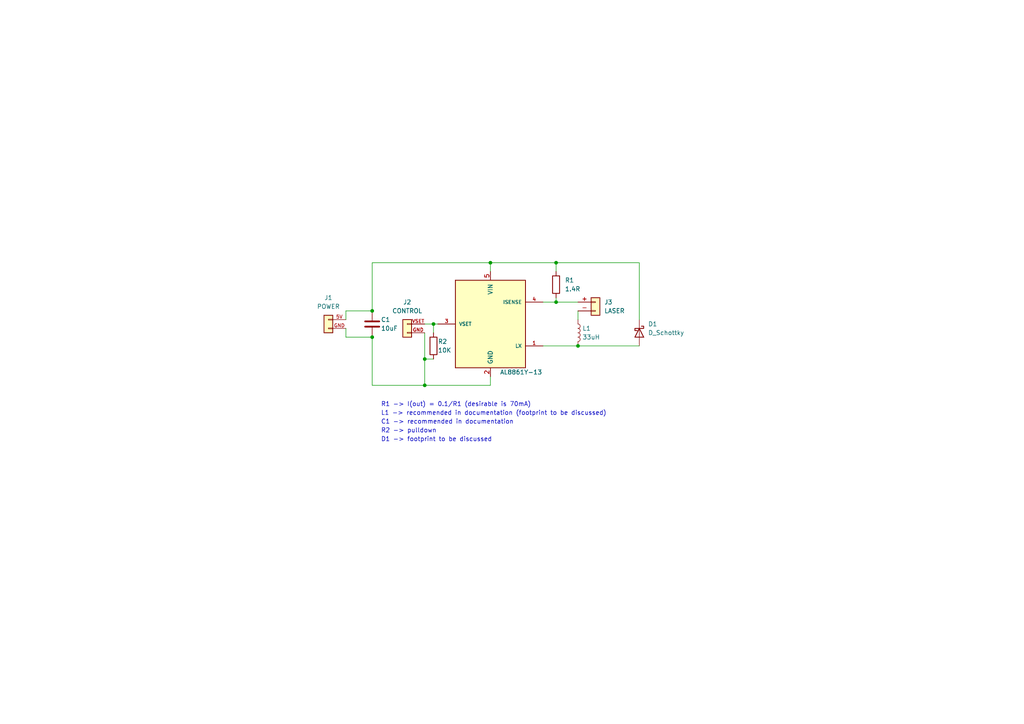
<source format=kicad_sch>
(kicad_sch (version 20211123) (generator eeschema)
  (paper "A4")
  (lib_symbols
    (symbol "AL8861Y-13:AL8861Y-13" (pin_names (offset 1.016))
      (property "Reference" "U0" (at 8.89 17.78 0))
      (property "Value" "AL8861Y-13" (at 8.89 15.24 0))
      (symbol "AL8861Y-13_0_0"
        (rectangle (start -10.16 -12.7) (end 10.16 12.7) (stroke (width 0.254)) (fill (type background)))
        (pin passive line (at 15.24 -6.35 180) (length 5.08) (name "LX") (number "1"))
        (pin input line (at -15.24 0 0) (length 5.08) (name "VSET") (number "3"))
        (pin passive line (at 15.24 6.35 180) (length 5.08) (name "ISENSE") (number "4"))
      )
      (symbol "AL8861Y-13_1_1"
        (pin input line (at 0 -15.24 90) (length 2.54) (name "GND") (number "2"))
        (pin input line (at 0 15.24 270) (length 2.54) (name "VIN") (number "5"))
      )
    )
    (symbol "Conn_01x02_1" (pin_names (offset 1.016) hide)
      (property "Reference" "J1" (at 0 6.35 0))
      (property "Value" "POWER" (at 0 3.81 0))
      (symbol "Conn_01x02_1_1_1"
        (rectangle (start -1.27 -2.413) (end 0 -2.667) (stroke (width 0.1524)))
        (rectangle (start -1.27 0.127) (end 0 -0.127) (stroke (width 0.1524)))
        (rectangle (start -1.27 1.27) (end 1.27 -3.81) (stroke (width 0.254)) (fill (type background)))
        (pin passive line (at -5.08 0 0) (length 3.81) (name "VCC") (number "5V"))
        (pin passive line (at -5.08 -2.54 0) (length 3.81) (name "GND") (number "GND"))
      )
    )
    (symbol "Conn_01x02_2" (pin_names (offset 1.016) hide)
      (property "Reference" "J2" (at 0 6.35 0))
      (property "Value" "CONTROL" (at 0 3.81 0))
      (symbol "Conn_01x02_2_1_1"
        (rectangle (start -1.27 -2.413) (end 0 -2.667) (stroke (width 0.1524)))
        (rectangle (start -1.27 0.127) (end 0 -0.127) (stroke (width 0.1524)))
        (rectangle (start -1.27 1.27) (end 1.27 -3.81) (stroke (width 0.254)) (fill (type background)))
        (pin passive line (at -5.08 -2.54 0) (length 3.81) (name "GND") (number "GND"))
        (pin passive line (at -5.08 0 0) (length 3.81) (name "VSET") (number "VSET"))
      )
    )
    (symbol "Connector_Generic:Conn_01x02" (pin_names (offset 1.016) hide)
      (property "Reference" "J3" (at 2.54 0.0001 0))
      (property "Value" "LASER" (at 2.54 -2.5399 0))
      (symbol "Conn_01x02_1_1"
        (rectangle (start -1.27 -2.413) (end 0 -2.667) (stroke (width 0.1524)))
        (rectangle (start -1.27 0.127) (end 0 -0.127) (stroke (width 0.1524)))
        (rectangle (start -1.27 1.27) (end 1.27 -3.81) (stroke (width 0.254)) (fill (type background)))
        (pin passive line (at -5.08 0 0) (length 3.81) (name "LASER+") (number "+"))
        (pin passive line (at -5.08 -2.54 0) (length 3.81) (name "LASER-") (number "-"))
      )
    )
    (symbol "Device:C" (pin_numbers hide) (pin_names (offset 0.254))
      (property "Reference" "C" (at 0.635 2.54 0))
      (property "Value" "C" (at 0.635 -2.54 0))
      (symbol "C_0_1"
        (polyline (pts (xy -2.032 -0.762) (xy 2.032 -0.762)) (stroke (width 0.508)))
        (polyline (pts (xy -2.032 0.762) (xy 2.032 0.762)) (stroke (width 0.508)))
      )
      (symbol "C_1_1"
        (pin passive line (at 0 3.81 270) (length 2.794) (name "~") (number "1"))
        (pin passive line (at 0 -3.81 90) (length 2.794) (name "~") (number "2"))
      )
    )
    (symbol "Device:D_Schottky" (pin_numbers hide) (pin_names (offset 1.016) hide)
      (property "Reference" "D" (at 0 2.54 0))
      (property "Value" "D_Schottky" (at 0 -2.54 0))
      (symbol "D_Schottky_0_1"
        (polyline (pts (xy 1.27 0) (xy -1.27 0)))
        (polyline (pts (xy 1.27 1.27) (xy 1.27 -1.27) (xy -1.27 0) (xy 1.27 1.27)) (stroke (width 0.254)))
        (polyline (pts (xy -1.905 0.635) (xy -1.905 1.27) (xy -1.27 1.27) (xy -1.27 -1.27) (xy -0.635 -1.27) (xy -0.635 -0.635)) (stroke (width 0.254)))
      )
      (symbol "D_Schottky_1_1"
        (pin passive line (at -3.81 0 0) (length 2.54) (name "K") (number "1"))
        (pin passive line (at 3.81 0 180) (length 2.54) (name "A") (number "2"))
      )
    )
    (symbol "Device:L" (pin_numbers hide) (pin_names (offset 1.016) hide)
      (property "Reference" "L" (at -1.27 0 90))
      (property "Value" "L" (at 1.905 0 90))
      (symbol "L_0_1"
        (arc (start 0 -2.54) (mid 0.635 -1.905) (end 0 -1.27))
        (arc (start 0 -1.27) (mid 0.635 -0.635) (end 0 0))
        (arc (start 0 0) (mid 0.635 0.635) (end 0 1.27))
        (arc (start 0 1.27) (mid 0.635 1.905) (end 0 2.54))
      )
      (symbol "L_1_1"
        (pin passive line (at 0 3.81 270) (length 1.27) (name "1") (number "1"))
        (pin passive line (at 0 -3.81 90) (length 1.27) (name "2") (number "2"))
      )
    )
    (symbol "Device:R" (pin_numbers hide) (pin_names (offset 0))
      (property "Reference" "R" (at 2.032 0 90))
      (property "Value" "R" (at 0 0 90))
      (symbol "R_0_1"
        (rectangle (start -1.016 -2.54) (end 1.016 2.54) (stroke (width 0.254)))
      )
      (symbol "R_1_1"
        (pin passive line (at 0 3.81 270) (length 1.27) (name "~") (number "1"))
        (pin passive line (at 0 -3.81 90) (length 1.27) (name "~") (number "2"))
      )
    )
  )
  (junction (at 107.95 90.17))
  (junction (at 161.29 76.2))
  (junction (at 107.95 97.79))
  (junction (at 142.24 76.2))
  (junction (at 125.73 93.98))
  (junction (at 167.64 100.33))
  (junction (at 123.19 104.14))
  (junction (at 123.19 111.76))
  (junction (at 161.29 87.63))
  (wire (pts (xy 100.33 92.71) (xy 100.33 90.17)))
  (wire (pts (xy 167.64 90.17) (xy 167.64 92.71)))
  (wire (pts (xy 185.42 92.71) (xy 185.42 76.2)))
  (wire (pts (xy 157.48 100.33) (xy 167.64 100.33)))
  (wire (pts (xy 123.19 104.14) (xy 125.73 104.14)))
  (wire (pts (xy 100.33 90.17) (xy 107.95 90.17)))
  (wire (pts (xy 107.95 76.2) (xy 142.24 76.2)))
  (wire (pts (xy 161.29 76.2) (xy 161.29 78.74)))
  (wire (pts (xy 107.95 97.79) (xy 107.95 111.76)))
  (wire (pts (xy 167.64 100.33) (xy 185.42 100.33)))
  (wire (pts (xy 161.29 87.63) (xy 167.64 87.63)))
  (wire (pts (xy 161.29 87.63) (xy 161.29 86.36)))
  (wire (pts (xy 125.73 93.98) (xy 127 93.98)))
  (wire (pts (xy 185.42 76.2) (xy 161.29 76.2)))
  (wire (pts (xy 142.24 111.76) (xy 142.24 109.22)))
  (wire (pts (xy 123.19 111.76) (xy 142.24 111.76)))
  (wire (pts (xy 142.24 76.2) (xy 161.29 76.2)))
  (wire (pts (xy 142.24 76.2) (xy 142.24 78.74)))
  (wire (pts (xy 123.19 96.52) (xy 123.19 104.14)))
  (wire (pts (xy 123.19 104.14) (xy 123.19 111.76)))
  (wire (pts (xy 123.19 93.98) (xy 125.73 93.98)))
  (wire (pts (xy 107.95 90.17) (xy 107.95 76.2)))
  (wire (pts (xy 125.73 93.98) (xy 125.73 96.52)))
  (wire (pts (xy 100.33 95.25) (xy 100.33 97.79)))
  (wire (pts (xy 157.48 87.63) (xy 161.29 87.63)))
  (wire (pts (xy 107.95 111.76) (xy 123.19 111.76)))
  (wire (pts (xy 100.33 97.79) (xy 107.95 97.79)))
  (text "C1 -> recommended in documentation" (at 110.49 123.19 0) (effects (font (size 1.27 1.27)) (justify left bottom)))
  (text "D1 -> footprint to be discussed" (at 110.49 128.27 0) (effects (font (size 1.27 1.27)) (justify left bottom)))
  (text "R2 -> pulldown" (at 110.49 125.73 0) (effects (font (size 1.27 1.27)) (justify left bottom)))
  (text "R1 -> I(out) = 0.1/R1 (desirable is 70mA)" (at 110.49 118.11 0) (effects (font (size 1.27 1.27)) (justify left bottom)))
  (text "L1 -> recommended in documentation (footprint to be discussed)\n" (at 110.49 120.65 0) (effects (font (size 1.27 1.27)) (justify left bottom)))
  (symbol (lib_id "Connector_Generic:Conn_01x02") (at 172.72 87.63 0) (unit 1)
    (property "Reference" "J3" (at 175.26 87.6299 0) (effects (justify left)))
    (property "Value" "LASER" (at 175.26 90.1699 0) (effects (justify left)))
    (property "Footprint" "Connector_PinHeader_2.54mm:PinHeader_1x02_P2.54mm_Vertical" (effects hide))
  )
  (symbol (lib_id "Device:R") (at 161.29 82.55 0) (unit 1)
    (property "Reference" "R1" (at 163.83 81.2799 0) (effects (justify left)))
    (property "Value" "1.4R" (at 163.83 83.8199 0) (effects (justify left)))
    (property "Footprint" "Resistor_SMD:R_1206_3216Metric_Pad1.30x1.75mm_HandSolder" (effects hide))
  )
  (symbol (lib_id "AL8861Y-13:AL8861Y-13") (at 142.24 93.98 0) (unit 1)
    (property "Reference" "U0" (effects hide))
    (property "Value" "AL8861Y-13" (at 151.13 107.95 0))
    (property "Footprint" "Package_TO_SOT_SMD:SOT-89-5" (effects hide))
    (property "STANDARD" "Manufacturer Recommendations" (effects hide))
    (property "PARTREV" "3-2" (effects hide))
    (property "MANUFACTURER" "DIODES INCORPORATED" (effects hide))
  )
  (symbol (lib_id "Device:R") (at 125.73 100.33 0) (unit 1)
    (property "Reference" "R2" (at 127 99.06 0) (effects (justify left)))
    (property "Value" "10K" (at 127 101.6 0) (effects (justify left)))
    (property "Footprint" "Resistor_SMD:R_1206_3216Metric_Pad1.30x1.75mm_HandSolder" (effects hide))
  )
  (symbol (lib_id "Device:L") (at 167.64 96.52 0) (unit 1)
    (property "Reference" "L1" (at 168.91 95.2499 0) (effects (justify left)))
    (property "Value" "33uH" (at 168.91 97.7899 0) (effects (justify left)))
    (property "Footprint" "Inductor_SMD:L_1206_3216Metric_Pad1.42x1.75mm_HandSolder" (effects hide))
  )
  (symbol (lib_name "Conn_01x02_1") (lib_id "Connector_Generic:Conn_01x02") (at 95.25 92.71 0) (mirror y) (unit 1)
    (property "Reference" "J1" (at 95.25 86.36 0))
    (property "Value" "POWER" (at 95.25 88.9 0))
    (property "Footprint" "Connector_PinHeader_2.54mm:PinHeader_1x02_P2.54mm_Vertical" (effects hide))
  )
  (symbol (lib_name "Conn_01x02_2") (lib_id "Connector_Generic:Conn_01x02") (at 118.11 93.98 0) (mirror y) (unit 1)
    (property "Reference" "J2" (at 118.11 87.63 0))
    (property "Value" "CONTROL" (at 118.11 90.17 0))
    (property "Footprint" "Connector_PinHeader_2.54mm:PinHeader_1x02_P2.54mm_Vertical" (effects hide))
  )
  (symbol (lib_id "Device:C") (at 107.95 93.98 0) (unit 1)
    (property "Reference" "C1" (at 110.49 92.71 0) (effects (justify left)))
    (property "Value" "10uF" (at 110.49 95.25 0) (effects (justify left)))
    (property "Footprint" "Capacitor_SMD:C_1206_3216Metric_Pad1.33x1.80mm_HandSolder" (effects hide))
  )
  (symbol (lib_id "Device:D_Schottky") (at 185.42 96.52 270) (unit 1)
    (property "Reference" "D1" (at 187.96 93.98 90) (effects (justify left)))
    (property "Value" "D_Schottky" (at 187.96 96.52 90) (effects (justify left)))
    (property "Footprint" "Diode_SMD:D_1206_3216Metric_Pad1.42x1.75mm_HandSolder" (effects hide))
  )
)
</source>
